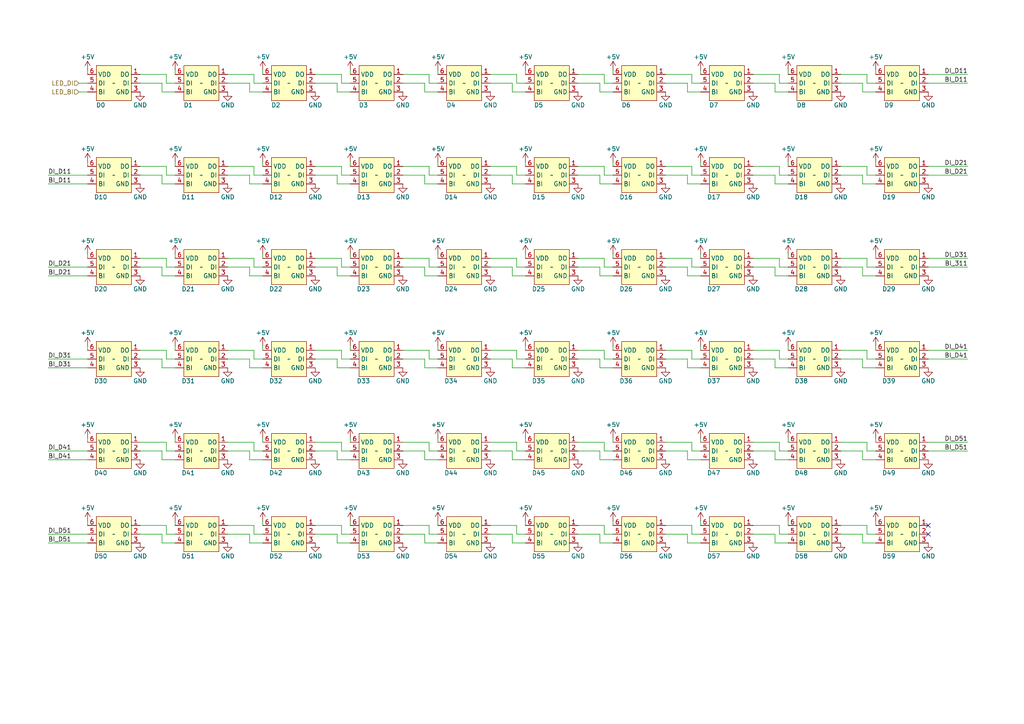
<source format=kicad_sch>
(kicad_sch (version 20230819) (generator eeschema)
  (paper "A4")
  (no_connect (at 269.24 152.4))
  (no_connect (at 269.24 154.94))
  (wire (pts (xy 46.99 130.81) (xy 46.99 133.35)))
  (wire (pts (xy 46.99 53.34) (xy 50.8 53.34)))
  (wire (pts (xy 193.04 101.6) (xy 200.66 101.6)))
  (wire (pts (xy 127 73.66) (xy 127 74.93)))
  (wire (pts (xy 72.39 80.01) (xy 76.2 80.01)))
  (wire (pts (xy 99.06 104.14) (xy 101.6 104.14)))
  (wire (pts (xy 46.99 80.01) (xy 50.8 80.01)))
  (wire (pts (xy 149.86 101.6) (xy 149.86 104.14)))
  (wire (pts (xy 226.06 101.6) (xy 226.06 104.14)))
  (wire (pts (xy 46.99 133.35) (xy 50.8 133.35)))
  (wire (pts (xy 76.2 73.66) (xy 76.2 74.93)))
  (wire (pts (xy 148.59 157.48) (xy 152.4 157.48)))
  (wire (pts (xy 91.44 74.93) (xy 99.06 74.93)))
  (wire (pts (xy 175.26 104.14) (xy 177.8 104.14)))
  (wire (pts (xy 76.2 100.33) (xy 76.2 101.6)))
  (wire (pts (xy 193.04 128.27) (xy 200.66 128.27)))
  (wire (pts (xy 167.64 101.6) (xy 175.26 101.6)))
  (wire (pts (xy 199.39 24.13) (xy 199.39 26.67)))
  (wire (pts (xy 148.59 53.34) (xy 152.4 53.34)))
  (wire (pts (xy 167.64 130.81) (xy 173.99 130.81)))
  (wire (pts (xy 40.64 50.8) (xy 46.99 50.8)))
  (wire (pts (xy 25.4 80.01) (xy 13.97 80.01)))
  (wire (pts (xy 203.2 46.99) (xy 203.2 48.26)))
  (wire (pts (xy 203.2 73.66) (xy 203.2 74.93)))
  (wire (pts (xy 48.26 128.27) (xy 48.26 130.81)))
  (wire (pts (xy 99.06 24.13) (xy 101.6 24.13)))
  (wire (pts (xy 97.79 130.81) (xy 97.79 133.35)))
  (wire (pts (xy 149.86 77.47) (xy 152.4 77.47)))
  (wire (pts (xy 200.66 48.26) (xy 200.66 50.8)))
  (wire (pts (xy 250.19 106.68) (xy 254 106.68)))
  (wire (pts (xy 193.04 77.47) (xy 199.39 77.47)))
  (wire (pts (xy 175.26 77.47) (xy 177.8 77.47)))
  (wire (pts (xy 269.24 128.27) (xy 280.67 128.27)))
  (wire (pts (xy 254 127) (xy 254 128.27)))
  (wire (pts (xy 228.6 100.33) (xy 228.6 101.6)))
  (wire (pts (xy 73.66 152.4) (xy 73.66 154.94)))
  (wire (pts (xy 46.99 106.68) (xy 50.8 106.68)))
  (wire (pts (xy 25.4 50.8) (xy 13.97 50.8)))
  (wire (pts (xy 124.46 104.14) (xy 127 104.14)))
  (wire (pts (xy 25.4 127) (xy 25.4 128.27)))
  (wire (pts (xy 199.39 77.47) (xy 199.39 80.01)))
  (wire (pts (xy 149.86 21.59) (xy 149.86 24.13)))
  (wire (pts (xy 200.66 24.13) (xy 203.2 24.13)))
  (wire (pts (xy 99.06 77.47) (xy 101.6 77.47)))
  (wire (pts (xy 73.66 104.14) (xy 76.2 104.14)))
  (wire (pts (xy 250.19 80.01) (xy 254 80.01)))
  (wire (pts (xy 91.44 50.8) (xy 97.79 50.8)))
  (wire (pts (xy 226.06 104.14) (xy 228.6 104.14)))
  (wire (pts (xy 22.86 26.67) (xy 25.4 26.67)))
  (wire (pts (xy 46.99 50.8) (xy 46.99 53.34)))
  (wire (pts (xy 40.64 104.14) (xy 46.99 104.14)))
  (wire (pts (xy 46.99 157.48) (xy 50.8 157.48)))
  (wire (pts (xy 116.84 21.59) (xy 124.46 21.59)))
  (wire (pts (xy 72.39 104.14) (xy 72.39 106.68)))
  (wire (pts (xy 66.04 50.8) (xy 72.39 50.8)))
  (wire (pts (xy 173.99 104.14) (xy 173.99 106.68)))
  (wire (pts (xy 167.64 152.4) (xy 175.26 152.4)))
  (wire (pts (xy 50.8 127) (xy 50.8 128.27)))
  (wire (pts (xy 224.79 50.8) (xy 224.79 53.34)))
  (wire (pts (xy 25.4 104.14) (xy 13.97 104.14)))
  (wire (pts (xy 73.66 50.8) (xy 76.2 50.8)))
  (wire (pts (xy 124.46 77.47) (xy 127 77.47)))
  (wire (pts (xy 226.06 48.26) (xy 226.06 50.8)))
  (wire (pts (xy 73.66 24.13) (xy 76.2 24.13)))
  (wire (pts (xy 48.26 74.93) (xy 48.26 77.47)))
  (wire (pts (xy 203.2 100.33) (xy 203.2 101.6)))
  (wire (pts (xy 200.66 74.93) (xy 200.66 77.47)))
  (wire (pts (xy 123.19 77.47) (xy 123.19 80.01)))
  (wire (pts (xy 116.84 154.94) (xy 123.19 154.94)))
  (wire (pts (xy 193.04 152.4) (xy 200.66 152.4)))
  (wire (pts (xy 25.4 106.68) (xy 13.97 106.68)))
  (wire (pts (xy 99.06 128.27) (xy 99.06 130.81)))
  (wire (pts (xy 99.06 152.4) (xy 99.06 154.94)))
  (wire (pts (xy 48.26 104.14) (xy 50.8 104.14)))
  (wire (pts (xy 243.84 101.6) (xy 251.46 101.6)))
  (wire (pts (xy 116.84 130.81) (xy 123.19 130.81)))
  (wire (pts (xy 72.39 77.47) (xy 72.39 80.01)))
  (wire (pts (xy 173.99 154.94) (xy 173.99 157.48)))
  (wire (pts (xy 149.86 152.4) (xy 149.86 154.94)))
  (wire (pts (xy 76.2 20.32) (xy 76.2 21.59)))
  (wire (pts (xy 66.04 154.94) (xy 72.39 154.94)))
  (wire (pts (xy 73.66 128.27) (xy 73.66 130.81)))
  (wire (pts (xy 101.6 100.33) (xy 101.6 101.6)))
  (wire (pts (xy 66.04 128.27) (xy 73.66 128.27)))
  (wire (pts (xy 224.79 24.13) (xy 224.79 26.67)))
  (wire (pts (xy 152.4 46.99) (xy 152.4 48.26)))
  (wire (pts (xy 199.39 157.48) (xy 203.2 157.48)))
  (wire (pts (xy 254 73.66) (xy 254 74.93)))
  (wire (pts (xy 251.46 128.27) (xy 251.46 130.81)))
  (wire (pts (xy 99.06 101.6) (xy 99.06 104.14)))
  (wire (pts (xy 152.4 127) (xy 152.4 128.27)))
  (wire (pts (xy 48.26 77.47) (xy 50.8 77.47)))
  (wire (pts (xy 97.79 80.01) (xy 101.6 80.01)))
  (wire (pts (xy 218.44 48.26) (xy 226.06 48.26)))
  (wire (pts (xy 173.99 130.81) (xy 173.99 133.35)))
  (wire (pts (xy 124.46 48.26) (xy 124.46 50.8)))
  (wire (pts (xy 175.26 130.81) (xy 177.8 130.81)))
  (wire (pts (xy 228.6 127) (xy 228.6 128.27)))
  (wire (pts (xy 173.99 26.67) (xy 177.8 26.67)))
  (wire (pts (xy 25.4 53.34) (xy 13.97 53.34)))
  (wire (pts (xy 173.99 106.68) (xy 177.8 106.68)))
  (wire (pts (xy 72.39 53.34) (xy 76.2 53.34)))
  (wire (pts (xy 97.79 157.48) (xy 101.6 157.48)))
  (wire (pts (xy 142.24 104.14) (xy 148.59 104.14)))
  (wire (pts (xy 226.06 152.4) (xy 226.06 154.94)))
  (wire (pts (xy 124.46 128.27) (xy 124.46 130.81)))
  (wire (pts (xy 124.46 154.94) (xy 127 154.94)))
  (wire (pts (xy 218.44 154.94) (xy 224.79 154.94)))
  (wire (pts (xy 97.79 77.47) (xy 97.79 80.01)))
  (wire (pts (xy 91.44 104.14) (xy 97.79 104.14)))
  (wire (pts (xy 224.79 154.94) (xy 224.79 157.48)))
  (wire (pts (xy 66.04 21.59) (xy 73.66 21.59)))
  (wire (pts (xy 46.99 24.13) (xy 46.99 26.67)))
  (wire (pts (xy 66.04 101.6) (xy 73.66 101.6)))
  (wire (pts (xy 173.99 53.34) (xy 177.8 53.34)))
  (wire (pts (xy 243.84 104.14) (xy 250.19 104.14)))
  (wire (pts (xy 224.79 157.48) (xy 228.6 157.48)))
  (wire (pts (xy 228.6 151.13) (xy 228.6 152.4)))
  (wire (pts (xy 226.06 50.8) (xy 228.6 50.8)))
  (wire (pts (xy 127 127) (xy 127 128.27)))
  (wire (pts (xy 269.24 77.47) (xy 280.67 77.47)))
  (wire (pts (xy 250.19 53.34) (xy 254 53.34)))
  (wire (pts (xy 218.44 21.59) (xy 226.06 21.59)))
  (wire (pts (xy 116.84 50.8) (xy 123.19 50.8)))
  (wire (pts (xy 226.06 128.27) (xy 226.06 130.81)))
  (wire (pts (xy 167.64 24.13) (xy 173.99 24.13)))
  (wire (pts (xy 40.64 48.26) (xy 48.26 48.26)))
  (wire (pts (xy 46.99 77.47) (xy 46.99 80.01)))
  (wire (pts (xy 167.64 48.26) (xy 175.26 48.26)))
  (wire (pts (xy 48.26 24.13) (xy 50.8 24.13)))
  (wire (pts (xy 40.64 130.81) (xy 46.99 130.81)))
  (wire (pts (xy 251.46 77.47) (xy 254 77.47)))
  (wire (pts (xy 91.44 130.81) (xy 97.79 130.81)))
  (wire (pts (xy 91.44 77.47) (xy 97.79 77.47)))
  (wire (pts (xy 218.44 101.6) (xy 226.06 101.6)))
  (wire (pts (xy 101.6 20.32) (xy 101.6 21.59)))
  (wire (pts (xy 149.86 130.81) (xy 152.4 130.81)))
  (wire (pts (xy 142.24 128.27) (xy 149.86 128.27)))
  (wire (pts (xy 40.64 77.47) (xy 46.99 77.47)))
  (wire (pts (xy 124.46 101.6) (xy 124.46 104.14)))
  (wire (pts (xy 218.44 104.14) (xy 224.79 104.14)))
  (wire (pts (xy 193.04 50.8) (xy 199.39 50.8)))
  (wire (pts (xy 175.26 101.6) (xy 175.26 104.14)))
  (wire (pts (xy 72.39 154.94) (xy 72.39 157.48)))
  (wire (pts (xy 167.64 154.94) (xy 173.99 154.94)))
  (wire (pts (xy 25.4 151.13) (xy 25.4 152.4)))
  (wire (pts (xy 48.26 48.26) (xy 48.26 50.8)))
  (wire (pts (xy 243.84 74.93) (xy 251.46 74.93)))
  (wire (pts (xy 142.24 101.6) (xy 149.86 101.6)))
  (wire (pts (xy 218.44 152.4) (xy 226.06 152.4)))
  (wire (pts (xy 25.4 130.81) (xy 13.97 130.81)))
  (wire (pts (xy 218.44 130.81) (xy 224.79 130.81)))
  (wire (pts (xy 40.64 101.6) (xy 48.26 101.6)))
  (wire (pts (xy 200.66 128.27) (xy 200.66 130.81)))
  (wire (pts (xy 269.24 48.26) (xy 280.67 48.26)))
  (wire (pts (xy 224.79 80.01) (xy 228.6 80.01)))
  (wire (pts (xy 243.84 130.81) (xy 250.19 130.81)))
  (wire (pts (xy 116.84 48.26) (xy 124.46 48.26)))
  (wire (pts (xy 25.4 20.32) (xy 25.4 21.59)))
  (wire (pts (xy 123.19 24.13) (xy 123.19 26.67)))
  (wire (pts (xy 25.4 133.35) (xy 13.97 133.35)))
  (wire (pts (xy 149.86 128.27) (xy 149.86 130.81)))
  (wire (pts (xy 72.39 130.81) (xy 72.39 133.35)))
  (wire (pts (xy 269.24 21.59) (xy 280.67 21.59)))
  (wire (pts (xy 148.59 26.67) (xy 152.4 26.67)))
  (wire (pts (xy 124.46 74.93) (xy 124.46 77.47)))
  (wire (pts (xy 243.84 128.27) (xy 251.46 128.27)))
  (wire (pts (xy 66.04 152.4) (xy 73.66 152.4)))
  (wire (pts (xy 224.79 104.14) (xy 224.79 106.68)))
  (wire (pts (xy 99.06 21.59) (xy 99.06 24.13)))
  (wire (pts (xy 226.06 130.81) (xy 228.6 130.81)))
  (wire (pts (xy 251.46 154.94) (xy 254 154.94)))
  (wire (pts (xy 218.44 128.27) (xy 226.06 128.27)))
  (wire (pts (xy 226.06 154.94) (xy 228.6 154.94)))
  (wire (pts (xy 193.04 21.59) (xy 200.66 21.59)))
  (wire (pts (xy 251.46 24.13) (xy 254 24.13)))
  (wire (pts (xy 218.44 74.93) (xy 226.06 74.93)))
  (wire (pts (xy 116.84 77.47) (xy 123.19 77.47)))
  (wire (pts (xy 269.24 130.81) (xy 280.67 130.81)))
  (wire (pts (xy 123.19 80.01) (xy 127 80.01)))
  (wire (pts (xy 99.06 130.81) (xy 101.6 130.81)))
  (wire (pts (xy 177.8 73.66) (xy 177.8 74.93)))
  (wire (pts (xy 200.66 152.4) (xy 200.66 154.94)))
  (wire (pts (xy 124.46 130.81) (xy 127 130.81)))
  (wire (pts (xy 25.4 100.33) (xy 25.4 101.6)))
  (wire (pts (xy 199.39 104.14) (xy 199.39 106.68)))
  (wire (pts (xy 25.4 154.94) (xy 13.97 154.94)))
  (wire (pts (xy 91.44 24.13) (xy 97.79 24.13)))
  (wire (pts (xy 152.4 151.13) (xy 152.4 152.4)))
  (wire (pts (xy 50.8 151.13) (xy 50.8 152.4)))
  (wire (pts (xy 193.04 24.13) (xy 199.39 24.13)))
  (wire (pts (xy 72.39 157.48) (xy 76.2 157.48)))
  (wire (pts (xy 250.19 50.8) (xy 250.19 53.34)))
  (wire (pts (xy 175.26 48.26) (xy 175.26 50.8)))
  (wire (pts (xy 175.26 152.4) (xy 175.26 154.94)))
  (wire (pts (xy 254 46.99) (xy 254 48.26)))
  (wire (pts (xy 142.24 130.81) (xy 148.59 130.81)))
  (wire (pts (xy 99.06 50.8) (xy 101.6 50.8)))
  (wire (pts (xy 224.79 77.47) (xy 224.79 80.01)))
  (wire (pts (xy 48.26 154.94) (xy 50.8 154.94)))
  (wire (pts (xy 254 20.32) (xy 254 21.59)))
  (wire (pts (xy 193.04 130.81) (xy 199.39 130.81)))
  (wire (pts (xy 149.86 154.94) (xy 152.4 154.94)))
  (wire (pts (xy 269.24 74.93) (xy 280.67 74.93)))
  (wire (pts (xy 123.19 53.34) (xy 127 53.34)))
  (wire (pts (xy 73.66 130.81) (xy 76.2 130.81)))
  (wire (pts (xy 25.4 46.99) (xy 25.4 48.26)))
  (wire (pts (xy 142.24 74.93) (xy 149.86 74.93)))
  (wire (pts (xy 254 100.33) (xy 254 101.6)))
  (wire (pts (xy 200.66 101.6) (xy 200.66 104.14)))
  (wire (pts (xy 73.66 77.47) (xy 76.2 77.47)))
  (wire (pts (xy 167.64 77.47) (xy 173.99 77.47)))
  (wire (pts (xy 173.99 24.13) (xy 173.99 26.67)))
  (wire (pts (xy 199.39 154.94) (xy 199.39 157.48)))
  (wire (pts (xy 97.79 154.94) (xy 97.79 157.48)))
  (wire (pts (xy 40.64 128.27) (xy 48.26 128.27)))
  (wire (pts (xy 124.46 50.8) (xy 127 50.8)))
  (wire (pts (xy 97.79 24.13) (xy 97.79 26.67)))
  (wire (pts (xy 173.99 50.8) (xy 173.99 53.34)))
  (wire (pts (xy 250.19 154.94) (xy 250.19 157.48)))
  (wire (pts (xy 173.99 77.47) (xy 173.99 80.01)))
  (wire (pts (xy 175.26 128.27) (xy 175.26 130.81)))
  (wire (pts (xy 250.19 130.81) (xy 250.19 133.35)))
  (wire (pts (xy 200.66 154.94) (xy 203.2 154.94)))
  (wire (pts (xy 193.04 154.94) (xy 199.39 154.94)))
  (wire (pts (xy 226.06 24.13) (xy 228.6 24.13)))
  (wire (pts (xy 99.06 74.93) (xy 99.06 77.47)))
  (wire (pts (xy 193.04 48.26) (xy 200.66 48.26)))
  (wire (pts (xy 167.64 21.59) (xy 175.26 21.59)))
  (wire (pts (xy 228.6 20.32) (xy 228.6 21.59)))
  (wire (pts (xy 148.59 130.81) (xy 148.59 133.35)))
  (wire (pts (xy 116.84 128.27) (xy 124.46 128.27)))
  (wire (pts (xy 40.64 154.94) (xy 46.99 154.94)))
  (wire (pts (xy 101.6 127) (xy 101.6 128.27)))
  (wire (pts (xy 224.79 130.81) (xy 224.79 133.35)))
  (wire (pts (xy 123.19 50.8) (xy 123.19 53.34)))
  (wire (pts (xy 269.24 104.14) (xy 280.67 104.14)))
  (wire (pts (xy 124.46 21.59) (xy 124.46 24.13)))
  (wire (pts (xy 142.24 24.13) (xy 148.59 24.13)))
  (wire (pts (xy 142.24 77.47) (xy 148.59 77.47)))
  (wire (pts (xy 123.19 154.94) (xy 123.19 157.48)))
  (wire (pts (xy 199.39 133.35) (xy 203.2 133.35)))
  (wire (pts (xy 72.39 24.13) (xy 72.39 26.67)))
  (wire (pts (xy 199.39 26.67) (xy 203.2 26.67)))
  (wire (pts (xy 177.8 20.32) (xy 177.8 21.59)))
  (wire (pts (xy 224.79 133.35) (xy 228.6 133.35)))
  (wire (pts (xy 97.79 26.67) (xy 101.6 26.67)))
  (wire (pts (xy 218.44 24.13) (xy 224.79 24.13)))
  (wire (pts (xy 193.04 74.93) (xy 200.66 74.93)))
  (wire (pts (xy 243.84 154.94) (xy 250.19 154.94)))
  (wire (pts (xy 116.84 104.14) (xy 123.19 104.14)))
  (wire (pts (xy 127 100.33) (xy 127 101.6)))
  (wire (pts (xy 48.26 130.81) (xy 50.8 130.81)))
  (wire (pts (xy 123.19 157.48) (xy 127 157.48)))
  (wire (pts (xy 142.24 48.26) (xy 149.86 48.26)))
  (wire (pts (xy 152.4 73.66) (xy 152.4 74.93)))
  (wire (pts (xy 218.44 50.8) (xy 224.79 50.8)))
  (wire (pts (xy 124.46 152.4) (xy 124.46 154.94)))
  (wire (pts (xy 76.2 151.13) (xy 76.2 152.4)))
  (wire (pts (xy 127 20.32) (xy 127 21.59)))
  (wire (pts (xy 66.04 74.93) (xy 73.66 74.93)))
  (wire (pts (xy 200.66 77.47) (xy 203.2 77.47)))
  (wire (pts (xy 200.66 104.14) (xy 203.2 104.14)))
  (wire (pts (xy 251.46 21.59) (xy 251.46 24.13)))
  (wire (pts (xy 99.06 154.94) (xy 101.6 154.94)))
  (wire (pts (xy 203.2 127) (xy 203.2 128.27)))
  (wire (pts (xy 243.84 48.26) (xy 251.46 48.26)))
  (wire (pts (xy 97.79 50.8) (xy 97.79 53.34)))
  (wire (pts (xy 177.8 127) (xy 177.8 128.27)))
  (wire (pts (xy 72.39 133.35) (xy 76.2 133.35)))
  (wire (pts (xy 250.19 104.14) (xy 250.19 106.68)))
  (wire (pts (xy 173.99 80.01) (xy 177.8 80.01)))
  (wire (pts (xy 167.64 128.27) (xy 175.26 128.27)))
  (wire (pts (xy 116.84 74.93) (xy 124.46 74.93)))
  (wire (pts (xy 226.06 74.93) (xy 226.06 77.47)))
  (wire (pts (xy 250.19 133.35) (xy 254 133.35)))
  (wire (pts (xy 269.24 50.8) (xy 280.67 50.8)))
  (wire (pts (xy 46.99 104.14) (xy 46.99 106.68)))
  (wire (pts (xy 148.59 77.47) (xy 148.59 80.01)))
  (wire (pts (xy 40.64 152.4) (xy 48.26 152.4)))
  (wire (pts (xy 149.86 74.93) (xy 149.86 77.47)))
  (wire (pts (xy 250.19 157.48) (xy 254 157.48)))
  (wire (pts (xy 226.06 21.59) (xy 226.06 24.13)))
  (wire (pts (xy 22.86 24.13) (xy 25.4 24.13)))
  (wire (pts (xy 167.64 104.14) (xy 173.99 104.14)))
  (wire (pts (xy 148.59 154.94) (xy 148.59 157.48)))
  (wire (pts (xy 72.39 26.67) (xy 76.2 26.67)))
  (wire (pts (xy 175.26 74.93) (xy 175.26 77.47)))
  (wire (pts (xy 25.4 73.66) (xy 25.4 74.93)))
  (wire (pts (xy 50.8 100.33) (xy 50.8 101.6)))
  (wire (pts (xy 66.04 24.13) (xy 72.39 24.13)))
  (wire (pts (xy 175.26 21.59) (xy 175.26 24.13)))
  (wire (pts (xy 199.39 130.81) (xy 199.39 133.35)))
  (wire (pts (xy 250.19 24.13) (xy 250.19 26.67)))
  (wire (pts (xy 99.06 48.26) (xy 99.06 50.8)))
  (wire (pts (xy 50.8 73.66) (xy 50.8 74.93)))
  (wire (pts (xy 148.59 104.14) (xy 148.59 106.68)))
  (wire (pts (xy 72.39 106.68) (xy 76.2 106.68)))
  (wire (pts (xy 175.26 154.94) (xy 177.8 154.94)))
  (wire (pts (xy 175.26 50.8) (xy 177.8 50.8)))
  (wire (pts (xy 123.19 104.14) (xy 123.19 106.68)))
  (wire (pts (xy 199.39 53.34) (xy 203.2 53.34)))
  (wire (pts (xy 116.84 101.6) (xy 124.46 101.6)))
  (wire (pts (xy 40.64 24.13) (xy 46.99 24.13)))
  (wire (pts (xy 123.19 26.67) (xy 127 26.67)))
  (wire (pts (xy 76.2 46.99) (xy 76.2 48.26)))
  (wire (pts (xy 200.66 21.59) (xy 200.66 24.13)))
  (wire (pts (xy 76.2 127) (xy 76.2 128.27)))
  (wire (pts (xy 251.46 50.8) (xy 254 50.8)))
  (wire (pts (xy 25.4 157.48) (xy 13.97 157.48)))
  (wire (pts (xy 200.66 130.81) (xy 203.2 130.81)))
  (wire (pts (xy 152.4 100.33) (xy 152.4 101.6)))
  (wire (pts (xy 48.26 21.59) (xy 48.26 24.13)))
  (wire (pts (xy 243.84 24.13) (xy 250.19 24.13)))
  (wire (pts (xy 50.8 20.32) (xy 50.8 21.59)))
  (wire (pts (xy 269.24 101.6) (xy 280.67 101.6)))
  (wire (pts (xy 91.44 152.4) (xy 99.06 152.4)))
  (wire (pts (xy 148.59 80.01) (xy 152.4 80.01)))
  (wire (pts (xy 91.44 128.27) (xy 99.06 128.27)))
  (wire (pts (xy 199.39 106.68) (xy 203.2 106.68)))
  (wire (pts (xy 66.04 77.47) (xy 72.39 77.47)))
  (wire (pts (xy 199.39 50.8) (xy 199.39 53.34)))
  (wire (pts (xy 250.19 26.67) (xy 254 26.67)))
  (wire (pts (xy 251.46 130.81) (xy 254 130.81)))
  (wire (pts (xy 66.04 104.14) (xy 72.39 104.14)))
  (wire (pts (xy 123.19 133.35) (xy 127 133.35)))
  (wire (pts (xy 72.39 50.8) (xy 72.39 53.34)))
  (wire (pts (xy 127 151.13) (xy 127 152.4)))
  (wire (pts (xy 251.46 104.14) (xy 254 104.14)))
  (wire (pts (xy 40.64 21.59) (xy 48.26 21.59)))
  (wire (pts (xy 251.46 74.93) (xy 251.46 77.47)))
  (wire (pts (xy 97.79 53.34) (xy 101.6 53.34)))
  (wire (pts (xy 152.4 20.32) (xy 152.4 21.59)))
  (wire (pts (xy 224.79 106.68) (xy 228.6 106.68)))
  (wire (pts (xy 243.84 77.47) (xy 250.19 77.47)))
  (wire (pts (xy 203.2 151.13) (xy 203.2 152.4)))
  (wire (pts (xy 177.8 151.13) (xy 177.8 152.4)))
  (wire (pts (xy 73.66 21.59) (xy 73.66 24.13)))
  (wire (pts (xy 193.04 104.14) (xy 199.39 104.14)))
  (wire (pts (xy 40.64 74.93) (xy 48.26 74.93)))
  (wire (pts (xy 228.6 46.99) (xy 228.6 48.26)))
  (wire (pts (xy 116.84 24.13) (xy 123.19 24.13)))
  (wire (pts (xy 73.66 48.26) (xy 73.66 50.8)))
  (wire (pts (xy 91.44 21.59) (xy 99.06 21.59)))
  (wire (pts (xy 226.06 77.47) (xy 228.6 77.47)))
  (wire (pts (xy 46.99 154.94) (xy 46.99 157.48)))
  (wire (pts (xy 224.79 26.67) (xy 228.6 26.67)))
  (wire (pts (xy 123.19 130.81) (xy 123.19 133.35)))
  (wire (pts (xy 48.26 152.4) (xy 48.26 154.94)))
  (wire (pts (xy 48.26 50.8) (xy 50.8 50.8)))
  (wire (pts (xy 254 151.13) (xy 254 152.4)))
  (wire (pts (xy 224.79 53.34) (xy 228.6 53.34)))
  (wire (pts (xy 228.6 73.66) (xy 228.6 74.93)))
  (wire (pts (xy 148.59 24.13) (xy 148.59 26.67)))
  (wire (pts (xy 97.79 106.68) (xy 101.6 106.68)))
  (wire (pts (xy 142.24 154.94) (xy 148.59 154.94)))
  (wire (pts (xy 73.66 154.94) (xy 76.2 154.94)))
  (wire (pts (xy 203.2 20.32) (xy 203.2 21.59)))
  (wire (pts (xy 50.8 46.99) (xy 50.8 48.26)))
  (wire (pts (xy 167.64 74.93) (xy 175.26 74.93)))
  (wire (pts (xy 142.24 21.59) (xy 149.86 21.59)))
  (wire (pts (xy 251.46 152.4) (xy 251.46 154.94)))
  (wire (pts (xy 243.84 50.8) (xy 250.19 50.8)))
  (wire (pts (xy 25.4 77.47) (xy 13.97 77.47)))
  (wire (pts (xy 243.84 21.59) (xy 251.46 21.59)))
  (wire (pts (xy 142.24 152.4) (xy 149.86 152.4)))
  (wire (pts (xy 148.59 50.8) (xy 148.59 53.34)))
  (wire (pts (xy 97.79 104.14) (xy 97.79 106.68)))
  (wire (pts (xy 175.26 24.13) (xy 177.8 24.13)))
  (wire (pts (xy 251.46 48.26) (xy 251.46 50.8)))
  (wire (pts (xy 97.79 133.35) (xy 101.6 133.35)))
  (wire (pts (xy 124.46 24.13) (xy 127 24.13)))
  (wire (pts (xy 101.6 73.66) (xy 101.6 74.93)))
  (wire (pts (xy 101.6 46.99) (xy 101.6 48.26)))
  (wire (pts (xy 48.26 101.6) (xy 48.26 104.14)))
  (wire (pts (xy 66.04 48.26) (xy 73.66 48.26)))
  (wire (pts (xy 167.64 50.8) (xy 173.99 50.8)))
  (wire (pts (xy 148.59 106.68) (xy 152.4 106.68)))
  (wire (pts (xy 149.86 48.26) (xy 149.86 50.8)))
  (wire (pts (xy 116.84 152.4) (xy 124.46 152.4)))
  (wire (pts (xy 149.86 104.14) (xy 152.4 104.14)))
  (wire (pts (xy 123.19 106.68) (xy 127 106.68)))
  (wire (pts (xy 250.19 77.47) (xy 250.19 80.01)))
  (wire (pts (xy 243.84 152.4) (xy 251.46 152.4)))
  (wire (pts (xy 173.99 133.35) (xy 177.8 133.35)))
  (wire (pts (xy 149.86 50.8) (xy 152.4 50.8)))
  (wire (pts (xy 199.39 80.01) (xy 203.2 80.01)))
  (wire (pts (xy 142.24 50.8) (xy 148.59 50.8)))
  (wire (pts (xy 66.04 130.81) (xy 72.39 130.81)))
  (wire (pts (xy 173.99 157.48) (xy 177.8 157.48)))
  (wire (pts (xy 127 46.99) (xy 127 48.26)))
  (wire (pts (xy 251.46 101.6) (xy 251.46 104.14)))
  (wire (pts (xy 177.8 100.33) (xy 177.8 101.6)))
  (wire (pts (xy 46.99 26.67) (xy 50.8 26.67)))
  (wire (pts (xy 218.44 77.47) (xy 224.79 77.47)))
  (wire (pts (xy 177.8 46.99) (xy 177.8 48.26)))
  (wire (pts (xy 73.66 101.6) (xy 73.66 104.14)))
  (wire (pts (xy 91.44 154.94) (xy 97.79 154.94)))
  (wire (pts (xy 269.24 24.13) (xy 280.67 24.13)))
  (wire (pts (xy 101.6 151.13) (xy 101.6 152.4)))
  (wire (pts (xy 200.66 50.8) (xy 203.2 50.8)))
  (wire (pts (xy 73.66 74.93) (xy 73.66 77.47)))
  (wire (pts (xy 149.86 24.13) (xy 152.4 24.13)))
  (wire (pts (xy 148.59 133.35) (xy 152.4 133.35)))
  (wire (pts (xy 91.44 101.6) (xy 99.06 101.6)))
  (wire (pts (xy 91.44 48.26) (xy 99.06 48.26)))
  (label "BI_D21" (at 280.67 50.8 180))
  (label "BI_D41" (at 280.67 104.14 180))
  (label "BI_D51" (at 13.97 157.48 0))
  (label "BI_311" (at 280.67 77.47 180))
  (label "DI_D51" (at 280.67 128.27 180))
  (label "DI_D21" (at 280.67 48.26 180))
  (label "DI_D31" (at 280.67 74.93 180))
  (label "DI_D21" (at 13.97 77.47 0))
  (label "BI_D41" (at 13.97 133.35 0))
  (label "DI_D41" (at 280.67 101.6 180))
  (label "DI_D51" (at 13.97 154.94 0))
  (label "BI_D21" (at 13.97 80.01 0))
  (label "DI_D31" (at 13.97 104.14 0))
  (label "DI_D41" (at 13.97 130.81 0))
  (label "DI_D11" (at 13.97 50.8 0))
  (label "BI_D51" (at 280.67 130.81 180))
  (label "BI_D11" (at 13.97 53.34 0))
  (label "BI_D11" (at 280.67 24.13 180))
  (label "DI_D11" (at 280.67 21.59 180))
  (label "BI_D31" (at 13.97 106.68 0))
  (hierarchical_label "LED_DI" (shape input) (at 22.86 24.13 180))
  (hierarchical_label "LED_BI" (shape input) (at 22.86 26.67 180))
  (symbol (lib_id "power:GND") (at 66.04 53.34 0) (mirror y) (unit 1)
    (property "Reference" "#PWR0219" (effects hide))
    (property "Value" "GND" (at 66.04 57.15 0))
    (property "Description" "Power symbol creates a global label with name \"GND\" , ground" (effects hide))
  )
  (symbol (lib_id "WS2813:WS2813C") (at 185.42 154.94 0) (mirror x) (unit 1)
    (property "Reference" "D56" (at 181.61 161.29 0))
    (property "Value" "~" (at 185.42 154.94 0))
    (property "Footprint" "smd:WS2813C_2020" (effects hide))
    (property "Manufacturer_Part_Number" "WS2813C_2020" (effects hide))
  )
  (symbol (lib_id "power:GND") (at 116.84 133.35 0) (mirror y) (unit 1)
    (property "Reference" "#PWR0281" (effects hide))
    (property "Value" "GND" (at 116.84 137.16 0))
    (property "Description" "Power symbol creates a global label with name \"GND\" , ground" (effects hide))
  )
  (symbol (lib_id "power:+5V") (at 177.8 151.13 0) (mirror y) (unit 1)
    (property "Reference" "#PWR0294" (effects hide))
    (property "Value" "+5V" (at 177.8 147.32 0))
    (property "Description" "Power symbol creates a global label with name \"+5V\"" (effects hide))
  )
  (symbol (lib_id "power:GND") (at 40.64 133.35 0) (mirror y) (unit 1)
    (property "Reference" "#PWR0278" (effects hide))
    (property "Value" "GND" (at 40.64 137.16 0))
    (property "Description" "Power symbol creates a global label with name \"GND\" , ground" (effects hide))
  )
  (symbol (lib_id "power:GND") (at 193.04 157.48 0) (mirror y) (unit 1)
    (property "Reference" "#PWR0304" (effects hide))
    (property "Value" "GND" (at 193.04 161.29 0))
    (property "Description" "Power symbol creates a global label with name \"GND\" , ground" (effects hide))
  )
  (symbol (lib_id "power:+5V") (at 50.8 100.33 0) (mirror y) (unit 1)
    (property "Reference" "#PWR0249" (effects hide))
    (property "Value" "+5V" (at 50.8 96.52 0))
    (property "Description" "Power symbol creates a global label with name \"+5V\"" (effects hide))
  )
  (symbol (lib_id "power:GND") (at 193.04 80.01 0) (mirror y) (unit 1)
    (property "Reference" "#PWR0244" (effects hide))
    (property "Value" "GND" (at 193.04 83.82 0))
    (property "Description" "Power symbol creates a global label with name \"GND\" , ground" (effects hide))
  )
  (symbol (lib_id "power:GND") (at 218.44 53.34 0) (mirror y) (unit 1)
    (property "Reference" "#PWR0225" (effects hide))
    (property "Value" "GND" (at 218.44 57.15 0))
    (property "Description" "Power symbol creates a global label with name \"GND\" , ground" (effects hide))
  )
  (symbol (lib_id "power:+5V") (at 25.4 46.99 0) (mirror y) (unit 1)
    (property "Reference" "#PWR0208" (effects hide))
    (property "Value" "+5V" (at 25.4 43.18 0))
    (property "Description" "Power symbol creates a global label with name \"+5V\"" (effects hide))
  )
  (symbol (lib_id "power:GND") (at 167.64 106.68 0) (mirror y) (unit 1)
    (property "Reference" "#PWR0263" (effects hide))
    (property "Value" "GND" (at 167.64 110.49 0))
    (property "Description" "Power symbol creates a global label with name \"GND\" , ground" (effects hide))
  )
  (symbol (lib_id "power:GND") (at 142.24 133.35 0) (mirror y) (unit 1)
    (property "Reference" "#PWR0282" (effects hide))
    (property "Value" "GND" (at 142.24 137.16 0))
    (property "Description" "Power symbol creates a global label with name \"GND\" , ground" (effects hide))
  )
  (symbol (lib_id "power:+5V") (at 177.8 73.66 0) (mirror y) (unit 1)
    (property "Reference" "#PWR0234" (effects hide))
    (property "Value" "+5V" (at 177.8 69.85 0))
    (property "Description" "Power symbol creates a global label with name \"+5V\"" (effects hide))
  )
  (symbol (lib_id "power:GND") (at 218.44 80.01 0) (mirror y) (unit 1)
    (property "Reference" "#PWR0245" (effects hide))
    (property "Value" "GND" (at 218.44 83.82 0))
    (property "Description" "Power symbol creates a global label with name \"GND\" , ground" (effects hide))
  )
  (symbol (lib_id "power:+5V") (at 228.6 73.66 0) (mirror y) (unit 1)
    (property "Reference" "#PWR0236" (effects hide))
    (property "Value" "+5V" (at 228.6 69.85 0))
    (property "Description" "Power symbol creates a global label with name \"+5V\"" (effects hide))
  )
  (symbol (lib_id "WS2813:WS2813C") (at 33.02 24.13 0) (mirror x) (unit 1)
    (property "Reference" "D0" (at 29.21 30.48 0))
    (property "Value" "~" (at 33.02 24.13 0))
    (property "Footprint" "smd:WS2813C_2020" (effects hide))
    (property "Manufacturer_Part_Number" "WS2813C_2020" (effects hide))
  )
  (symbol (lib_id "power:+5V") (at 152.4 46.99 0) (mirror y) (unit 1)
    (property "Reference" "#PWR0213" (effects hide))
    (property "Value" "+5V" (at 152.4 43.18 0))
    (property "Description" "Power symbol creates a global label with name \"+5V\"" (effects hide))
  )
  (symbol (lib_id "power:+5V") (at 228.6 151.13 0) (mirror y) (unit 1)
    (property "Reference" "#PWR0296" (effects hide))
    (property "Value" "+5V" (at 228.6 147.32 0))
    (property "Description" "Power symbol creates a global label with name \"+5V\"" (effects hide))
  )
  (symbol (lib_id "power:+5V") (at 76.2 46.99 0) (mirror y) (unit 1)
    (property "Reference" "#PWR0210" (effects hide))
    (property "Value" "+5V" (at 76.2 43.18 0))
    (property "Description" "Power symbol creates a global label with name \"+5V\"" (effects hide))
  )
  (symbol (lib_id "power:GND") (at 142.24 157.48 0) (mirror y) (unit 1)
    (property "Reference" "#PWR0302" (effects hide))
    (property "Value" "GND" (at 142.24 161.29 0))
    (property "Description" "Power symbol creates a global label with name \"GND\" , ground" (effects hide))
  )
  (symbol (lib_id "power:+5V") (at 25.4 73.66 0) (mirror y) (unit 1)
    (property "Reference" "#PWR0228" (effects hide))
    (property "Value" "+5V" (at 25.4 69.85 0))
    (property "Description" "Power symbol creates a global label with name \"+5V\"" (effects hide))
  )
  (symbol (lib_id "WS2813:WS2813C") (at 160.02 50.8 0) (mirror x) (unit 1)
    (property "Reference" "D15" (at 156.21 57.15 0))
    (property "Value" "~" (at 160.02 50.8 0))
    (property "Footprint" "smd:WS2813C_2020" (effects hide))
    (property "Manufacturer_Part_Number" "WS2813C_2020" (effects hide))
  )
  (symbol (lib_id "power:+5V") (at 177.8 100.33 0) (mirror y) (unit 1)
    (property "Reference" "#PWR0254" (effects hide))
    (property "Value" "+5V" (at 177.8 96.52 0))
    (property "Description" "Power symbol creates a global label with name \"+5V\"" (effects hide))
  )
  (symbol (lib_id "WS2813:WS2813C") (at 160.02 24.13 0) (mirror x) (unit 1)
    (property "Reference" "D5" (at 156.21 30.48 0))
    (property "Value" "~" (at 160.02 24.13 0))
    (property "Footprint" "smd:WS2813C_2020" (effects hide))
    (property "Manufacturer_Part_Number" "WS2813C_2020" (effects hide))
  )
  (symbol (lib_id "power:+5V") (at 203.2 46.99 0) (mirror y) (unit 1)
    (property "Reference" "#PWR0215" (effects hide))
    (property "Value" "+5V" (at 203.2 43.18 0))
    (property "Description" "Power symbol creates a global label with name \"+5V\"" (effects hide))
  )
  (symbol (lib_id "WS2813:WS2813C") (at 109.22 24.13 0) (mirror x) (unit 1)
    (property "Reference" "D3" (at 105.41 30.48 0))
    (property "Value" "~" (at 109.22 24.13 0))
    (property "Footprint" "smd:WS2813C_2020" (effects hide))
    (property "Manufacturer_Part_Number" "WS2813C_2020" (effects hide))
  )
  (symbol (lib_id "power:+5V") (at 228.6 46.99 0) (mirror y) (unit 1)
    (property "Reference" "#PWR0216" (effects hide))
    (property "Value" "+5V" (at 228.6 43.18 0))
    (property "Description" "Power symbol creates a global label with name \"+5V\"" (effects hide))
  )
  (symbol (lib_id "power:+5V") (at 254 20.32 0) (mirror y) (unit 1)
    (property "Reference" "#PWR0197" (effects hide))
    (property "Value" "+5V" (at 254 16.51 0))
    (property "Description" "Power symbol creates a global label with name \"+5V\"" (effects hide))
  )
  (symbol (lib_id "power:+5V") (at 76.2 151.13 0) (mirror y) (unit 1)
    (property "Reference" "#PWR0290" (effects hide))
    (property "Value" "+5V" (at 76.2 147.32 0))
    (property "Description" "Power symbol creates a global label with name \"+5V\"" (effects hide))
  )
  (symbol (lib_id "power:+5V") (at 177.8 127 0) (mirror y) (unit 1)
    (property "Reference" "#PWR0274" (effects hide))
    (property "Value" "+5V" (at 177.8 123.19 0))
    (property "Description" "Power symbol creates a global label with name \"+5V\"" (effects hide))
  )
  (symbol (lib_id "WS2813:WS2813C") (at 33.02 77.47 0) (mirror x) (unit 1)
    (property "Reference" "D20" (at 29.21 83.82 0))
    (property "Value" "~" (at 33.02 77.47 0))
    (property "Footprint" "smd:WS2813C_2020" (effects hide))
    (property "Manufacturer_Part_Number" "WS2813C_2020" (effects hide))
  )
  (symbol (lib_id "WS2813:WS2813C") (at 33.02 104.14 0) (mirror x) (unit 1)
    (property "Reference" "D30" (at 29.21 110.49 0))
    (property "Value" "~" (at 33.02 104.14 0))
    (property "Footprint" "smd:WS2813C_2020" (effects hide))
    (property "Manufacturer_Part_Number" "WS2813C_2020" (effects hide))
  )
  (symbol (lib_id "power:GND") (at 142.24 53.34 0) (mirror y) (unit 1)
    (property "Reference" "#PWR0222" (effects hide))
    (property "Value" "GND" (at 142.24 57.15 0))
    (property "Description" "Power symbol creates a global label with name \"GND\" , ground" (effects hide))
  )
  (symbol (lib_id "WS2813:WS2813C") (at 261.62 104.14 0) (mirror x) (unit 1)
    (property "Reference" "D39" (at 257.81 110.49 0))
    (property "Value" "~" (at 261.62 104.14 0))
    (property "Footprint" "smd:WS2813C_2020" (effects hide))
    (property "Manufacturer_Part_Number" "WS2813C_2020" (effects hide))
  )
  (symbol (lib_id "WS2813:WS2813C") (at 210.82 77.47 0) (mirror x) (unit 1)
    (property "Reference" "D27" (at 207.01 83.82 0))
    (property "Value" "~" (at 210.82 77.47 0))
    (property "Footprint" "smd:WS2813C_2020" (effects hide))
    (property "Manufacturer_Part_Number" "WS2813C_2020" (effects hide))
  )
  (symbol (lib_id "WS2813:WS2813C") (at 185.42 50.8 0) (mirror x) (unit 1)
    (property "Reference" "D16" (at 181.61 57.15 0))
    (property "Value" "~" (at 185.42 50.8 0))
    (property "Footprint" "smd:WS2813C_2020" (effects hide))
    (property "Manufacturer_Part_Number" "WS2813C_2020" (effects hide))
  )
  (symbol (lib_id "power:GND") (at 193.04 53.34 0) (mirror y) (unit 1)
    (property "Reference" "#PWR0224" (effects hide))
    (property "Value" "GND" (at 193.04 57.15 0))
    (property "Description" "Power symbol creates a global label with name \"GND\" , ground" (effects hide))
  )
  (symbol (lib_id "WS2813:WS2813C") (at 83.82 24.13 0) (mirror x) (unit 1)
    (property "Reference" "D2" (at 80.01 30.48 0))
    (property "Value" "~" (at 83.82 24.13 0))
    (property "Footprint" "smd:WS2813C_2020" (effects hide))
    (property "Manufacturer_Part_Number" "WS2813C_2020" (effects hide))
  )
  (symbol (lib_id "power:+5V") (at 50.8 73.66 0) (mirror y) (unit 1)
    (property "Reference" "#PWR0229" (effects hide))
    (property "Value" "+5V" (at 50.8 69.85 0))
    (property "Description" "Power symbol creates a global label with name \"+5V\"" (effects hide))
  )
  (symbol (lib_id "power:GND") (at 269.24 106.68 0) (mirror y) (unit 1)
    (property "Reference" "#PWR0267" (effects hide))
    (property "Value" "GND" (at 269.24 110.49 0))
    (property "Description" "Power symbol creates a global label with name \"GND\" , ground" (effects hide))
  )
  (symbol (lib_id "power:+5V") (at 127 46.99 0) (mirror y) (unit 1)
    (property "Reference" "#PWR0212" (effects hide))
    (property "Value" "+5V" (at 127 43.18 0))
    (property "Description" "Power symbol creates a global label with name \"+5V\"" (effects hide))
  )
  (symbol (lib_id "WS2813:WS2813C") (at 261.62 77.47 0) (mirror x) (unit 1)
    (property "Reference" "D29" (at 257.81 83.82 0))
    (property "Value" "~" (at 261.62 77.47 0))
    (property "Footprint" "smd:WS2813C_2020" (effects hide))
    (property "Manufacturer_Part_Number" "WS2813C_2020" (effects hide))
  )
  (symbol (lib_id "power:+5V") (at 228.6 127 0) (mirror y) (unit 1)
    (property "Reference" "#PWR0276" (effects hide))
    (property "Value" "+5V" (at 228.6 123.19 0))
    (property "Description" "Power symbol creates a global label with name \"+5V\"" (effects hide))
  )
  (symbol (lib_id "power:GND") (at 66.04 133.35 0) (mirror y) (unit 1)
    (property "Reference" "#PWR0279" (effects hide))
    (property "Value" "GND" (at 66.04 137.16 0))
    (property "Description" "Power symbol creates a global label with name \"GND\" , ground" (effects hide))
  )
  (symbol (lib_id "WS2813:WS2813C") (at 58.42 24.13 0) (mirror x) (unit 1)
    (property "Reference" "D1" (at 54.61 30.48 0))
    (property "Value" "~" (at 58.42 24.13 0))
    (property "Footprint" "smd:WS2813C_2020" (effects hide))
    (property "Manufacturer_Part_Number" "WS2813C_2020" (effects hide))
  )
  (symbol (lib_id "WS2813:WS2813C") (at 33.02 154.94 0) (mirror x) (unit 1)
    (property "Reference" "D50" (at 29.21 161.29 0))
    (property "Value" "~" (at 33.02 154.94 0))
    (property "Footprint" "smd:WS2813C_2020" (effects hide))
    (property "Manufacturer_Part_Number" "WS2813C_2020" (effects hide))
  )
  (symbol (lib_id "power:GND") (at 40.64 53.34 0) (mirror y) (unit 1)
    (property "Reference" "#PWR0218" (effects hide))
    (property "Value" "GND" (at 40.64 57.15 0))
    (property "Description" "Power symbol creates a global label with name \"GND\" , ground" (effects hide))
  )
  (symbol (lib_id "power:GND") (at 116.84 53.34 0) (mirror y) (unit 1)
    (property "Reference" "#PWR0221" (effects hide))
    (property "Value" "GND" (at 116.84 57.15 0))
    (property "Description" "Power symbol creates a global label with name \"GND\" , ground" (effects hide))
  )
  (symbol (lib_id "power:+5V") (at 203.2 73.66 0) (mirror y) (unit 1)
    (property "Reference" "#PWR0235" (effects hide))
    (property "Value" "+5V" (at 203.2 69.85 0))
    (property "Description" "Power symbol creates a global label with name \"+5V\"" (effects hide))
  )
  (symbol (lib_id "power:+5V") (at 254 100.33 0) (mirror y) (unit 1)
    (property "Reference" "#PWR0257" (effects hide))
    (property "Value" "+5V" (at 254 96.52 0))
    (property "Description" "Power symbol creates a global label with name \"+5V\"" (effects hide))
  )
  (symbol (lib_id "power:+5V") (at 254 46.99 0) (mirror y) (unit 1)
    (property "Reference" "#PWR0217" (effects hide))
    (property "Value" "+5V" (at 254 43.18 0))
    (property "Description" "Power symbol creates a global label with name \"+5V\"" (effects hide))
  )
  (symbol (lib_id "power:GND") (at 91.44 106.68 0) (mirror y) (unit 1)
    (property "Reference" "#PWR0260" (effects hide))
    (property "Value" "GND" (at 91.44 110.49 0))
    (property "Description" "Power symbol creates a global label with name \"GND\" , ground" (effects hide))
  )
  (symbol (lib_id "power:GND") (at 116.84 157.48 0) (mirror y) (unit 1)
    (property "Reference" "#PWR0301" (effects hide))
    (property "Value" "GND" (at 116.84 161.29 0))
    (property "Description" "Power symbol creates a global label with name \"GND\" , ground" (effects hide))
  )
  (symbol (lib_id "power:+5V") (at 228.6 100.33 0) (mirror y) (unit 1)
    (property "Reference" "#PWR0256" (effects hide))
    (property "Value" "+5V" (at 228.6 96.52 0))
    (property "Description" "Power symbol creates a global label with name \"+5V\"" (effects hide))
  )
  (symbol (lib_id "WS2813:WS2813C") (at 160.02 154.94 0) (mirror x) (unit 1)
    (property "Reference" "D55" (at 156.21 161.29 0))
    (property "Value" "~" (at 160.02 154.94 0))
    (property "Footprint" "smd:WS2813C_2020" (effects hide))
    (property "Manufacturer_Part_Number" "WS2813C_2020" (effects hide))
  )
  (symbol (lib_id "power:GND") (at 66.04 106.68 0) (mirror y) (unit 1)
    (property "Reference" "#PWR0259" (effects hide))
    (property "Value" "GND" (at 66.04 110.49 0))
    (property "Description" "Power symbol creates a global label with name \"GND\" , ground" (effects hide))
  )
  (symbol (lib_id "WS2813:WS2813C") (at 109.22 104.14 0) (mirror x) (unit 1)
    (property "Reference" "D33" (at 105.41 110.49 0))
    (property "Value" "~" (at 109.22 104.14 0))
    (property "Footprint" "smd:WS2813C_2020" (effects hide))
    (property "Manufacturer_Part_Number" "WS2813C_2020" (effects hide))
  )
  (symbol (lib_id "WS2813:WS2813C") (at 261.62 130.81 0) (mirror x) (unit 1)
    (property "Reference" "D49" (at 257.81 137.16 0))
    (property "Value" "~" (at 261.62 130.81 0))
    (property "Footprint" "smd:WS2813C_2020" (effects hide))
    (property "Manufacturer_Part_Number" "WS2813C_2020" (effects hide))
  )
  (symbol (lib_id "power:GND") (at 91.44 80.01 0) (mirror y) (unit 1)
    (property "Reference" "#PWR0240" (effects hide))
    (property "Value" "GND" (at 91.44 83.82 0))
    (property "Description" "Power symbol creates a global label with name \"GND\" , ground" (effects hide))
  )
  (symbol (lib_id "WS2813:WS2813C") (at 210.82 130.81 0) (mirror x) (unit 1)
    (property "Reference" "D47" (at 207.01 137.16 0))
    (property "Value" "~" (at 210.82 130.81 0))
    (property "Footprint" "smd:WS2813C_2020" (effects hide))
    (property "Manufacturer_Part_Number" "WS2813C_2020" (effects hide))
  )
  (symbol (lib_id "power:GND") (at 167.64 80.01 0) (mirror y) (unit 1)
    (property "Reference" "#PWR0243" (effects hide))
    (property "Value" "GND" (at 167.64 83.82 0))
    (property "Description" "Power symbol creates a global label with name \"GND\" , ground" (effects hide))
  )
  (symbol (lib_id "power:+5V") (at 76.2 73.66 0) (mirror y) (unit 1)
    (property "Reference" "#PWR0230" (effects hide))
    (property "Value" "+5V" (at 76.2 69.85 0))
    (property "Description" "Power symbol creates a global label with name \"+5V\"" (effects hide))
  )
  (symbol (lib_id "power:+5V") (at 127 127 0) (mirror y) (unit 1)
    (property "Reference" "#PWR0272" (effects hide))
    (property "Value" "+5V" (at 127 123.19 0))
    (property "Description" "Power symbol creates a global label with name \"+5V\"" (effects hide))
  )
  (symbol (lib_id "power:+5V") (at 76.2 100.33 0) (mirror y) (unit 1)
    (property "Reference" "#PWR0250" (effects hide))
    (property "Value" "+5V" (at 76.2 96.52 0))
    (property "Description" "Power symbol creates a global label with name \"+5V\"" (effects hide))
  )
  (symbol (lib_id "WS2813:WS2813C") (at 236.22 50.8 0) (mirror x) (unit 1)
    (property "Reference" "D18" (at 232.41 57.15 0))
    (property "Value" "~" (at 236.22 50.8 0))
    (property "Footprint" "smd:WS2813C_2020" (effects hide))
    (property "Manufacturer_Part_Number" "WS2813C_2020" (effects hide))
  )
  (symbol (lib_id "WS2813:WS2813C") (at 236.22 104.14 0) (mirror x) (unit 1)
    (property "Reference" "D38" (at 232.41 110.49 0))
    (property "Value" "~" (at 236.22 104.14 0))
    (property "Footprint" "smd:WS2813C_2020" (effects hide))
    (property "Manufacturer_Part_Number" "WS2813C_2020" (effects hide))
  )
  (symbol (lib_id "WS2813:WS2813C") (at 210.82 154.94 0) (mirror x) (unit 1)
    (property "Reference" "D57" (at 207.01 161.29 0))
    (property "Value" "~" (at 210.82 154.94 0))
    (property "Footprint" "smd:WS2813C_2020" (effects hide))
    (property "Manufacturer_Part_Number" "WS2813C_2020" (effects hide))
  )
  (symbol (lib_id "WS2813:WS2813C") (at 109.22 77.47 0) (mirror x) (unit 1)
    (property "Reference" "D23" (at 105.41 83.82 0))
    (property "Value" "~" (at 109.22 77.47 0))
    (property "Footprint" "smd:WS2813C_2020" (effects hide))
    (property "Manufacturer_Part_Number" "WS2813C_2020" (effects hide))
  )
  (symbol (lib_id "power:+5V") (at 25.4 100.33 0) (mirror y) (unit 1)
    (property "Reference" "#PWR0248" (effects hide))
    (property "Value" "+5V" (at 25.4 96.52 0))
    (property "Description" "Power symbol creates a global label with name \"+5V\"" (effects hide))
  )
  (symbol (lib_id "power:GND") (at 193.04 26.67 0) (mirror y) (unit 1)
    (property "Reference" "#PWR0204" (effects hide))
    (property "Value" "GND" (at 193.04 30.48 0))
    (property "Description" "Power symbol creates a global label with name \"GND\" , ground" (effects hide))
  )
  (symbol (lib_id "power:GND") (at 40.64 26.67 0) (mirror y) (unit 1)
    (property "Reference" "#PWR0198" (effects hide))
    (property "Value" "GND" (at 40.64 30.48 0))
    (property "Description" "Power symbol creates a global label with name \"GND\" , ground" (effects hide))
  )
  (symbol (lib_id "power:+5V") (at 203.2 127 0) (mirror y) (unit 1)
    (property "Reference" "#PWR0275" (effects hide))
    (property "Value" "+5V" (at 203.2 123.19 0))
    (property "Description" "Power symbol creates a global label with name \"+5V\"" (effects hide))
  )
  (symbol (lib_id "power:GND") (at 243.84 157.48 0) (mirror y) (unit 1)
    (property "Reference" "#PWR0306" (effects hide))
    (property "Value" "GND" (at 243.84 161.29 0))
    (property "Description" "Power symbol creates a global label with name \"GND\" , ground" (effects hide))
  )
  (symbol (lib_id "power:+5V") (at 152.4 20.32 0) (mirror y) (unit 1)
    (property "Reference" "#PWR0133" (effects hide))
    (property "Value" "+5V" (at 152.4 16.51 0))
    (property "Description" "Power symbol creates a global label with name \"+5V\"" (effects hide))
  )
  (symbol (lib_id "WS2813:WS2813C") (at 236.22 154.94 0) (mirror x) (unit 1)
    (property "Reference" "D58" (at 232.41 161.29 0))
    (property "Value" "~" (at 236.22 154.94 0))
    (property "Footprint" "smd:WS2813C_2020" (effects hide))
    (property "Manufacturer_Part_Number" "WS2813C_2020" (effects hide))
  )
  (symbol (lib_id "power:GND") (at 91.44 133.35 0) (mirror y) (unit 1)
    (property "Reference" "#PWR0280" (effects hide))
    (property "Value" "GND" (at 91.44 137.16 0))
    (property "Description" "Power symbol creates a global label with name \"GND\" , ground" (effects hide))
  )
  (symbol (lib_id "power:GND") (at 243.84 26.67 0) (mirror y) (unit 1)
    (property "Reference" "#PWR0206" (effects hide))
    (property "Value" "GND" (at 243.84 30.48 0))
    (property "Description" "Power symbol creates a global label with name \"GND\" , ground" (effects hide))
  )
  (symbol (lib_id "WS2813:WS2813C") (at 160.02 77.47 0) (mirror x) (unit 1)
    (property "Reference" "D25" (at 156.21 83.82 0))
    (property "Value" "~" (at 160.02 77.47 0))
    (property "Footprint" "smd:WS2813C_2020" (effects hide))
    (property "Manufacturer_Part_Number" "WS2813C_2020" (effects hide))
  )
  (symbol (lib_id "WS2813:WS2813C") (at 160.02 130.81 0) (mirror x) (unit 1)
    (property "Reference" "D45" (at 156.21 137.16 0))
    (property "Value" "~" (at 160.02 130.81 0))
    (property "Footprint" "smd:WS2813C_2020" (effects hide))
    (property "Manufacturer_Part_Number" "WS2813C_2020" (effects hide))
  )
  (symbol (lib_id "power:GND") (at 40.64 80.01 0) (mirror y) (unit 1)
    (property "Reference" "#PWR0238" (effects hide))
    (property "Value" "GND" (at 40.64 83.82 0))
    (property "Description" "Power symbol creates a global label with name \"GND\" , ground" (effects hide))
  )
  (symbol (lib_id "power:+5V") (at 152.4 151.13 0) (mirror y) (unit 1)
    (property "Reference" "#PWR0293" (effects hide))
    (property "Value" "+5V" (at 152.4 147.32 0))
    (property "Description" "Power symbol creates a global label with name \"+5V\"" (effects hide))
  )
  (symbol (lib_id "power:+5V") (at 101.6 127 0) (mirror y) (unit 1)
    (property "Reference" "#PWR0271" (effects hide))
    (property "Value" "+5V" (at 101.6 123.19 0))
    (property "Description" "Power symbol creates a global label with name \"+5V\"" (effects hide))
  )
  (symbol (lib_id "WS2813:WS2813C") (at 236.22 130.81 0) (mirror x) (unit 1)
    (property "Reference" "D48" (at 232.41 137.16 0))
    (property "Value" "~" (at 236.22 130.81 0))
    (property "Footprint" "smd:WS2813C_2020" (effects hide))
    (property "Manufacturer_Part_Number" "WS2813C_2020" (effects hide))
  )
  (symbol (lib_id "power:GND") (at 269.24 157.48 0) (mirror y) (unit 1)
    (property "Reference" "#PWR0307" (effects hide))
    (property "Value" "GND" (at 269.24 161.29 0))
    (property "Description" "Power symbol creates a global label with name \"GND\" , ground" (effects hide))
  )
  (symbol (lib_id "power:+5V") (at 228.6 20.32 0) (mirror y) (unit 1)
    (property "Reference" "#PWR0177" (effects hide))
    (property "Value" "+5V" (at 228.6 16.51 0))
    (property "Description" "Power symbol creates a global label with name \"+5V\"" (effects hide))
  )
  (symbol (lib_id "power:GND") (at 269.24 80.01 0) (mirror y) (unit 1)
    (property "Reference" "#PWR0247" (effects hide))
    (property "Value" "GND" (at 269.24 83.82 0))
    (property "Description" "Power symbol creates a global label with name \"GND\" , ground" (effects hide))
  )
  (symbol (lib_id "WS2813:WS2813C") (at 58.42 154.94 0) (mirror x) (unit 1)
    (property "Reference" "D51" (at 54.61 161.29 0))
    (property "Value" "~" (at 58.42 154.94 0))
    (property "Footprint" "smd:WS2813C_2020" (effects hide))
    (property "Manufacturer_Part_Number" "WS2813C_2020" (effects hide))
  )
  (symbol (lib_id "WS2813:WS2813C") (at 134.62 130.81 0) (mirror x) (unit 1)
    (property "Reference" "D44" (at 130.81 137.16 0))
    (property "Value" "~" (at 134.62 130.81 0))
    (property "Footprint" "smd:WS2813C_2020" (effects hide))
    (property "Manufacturer_Part_Number" "WS2813C_2020" (effects hide))
  )
  (symbol (lib_id "WS2813:WS2813C") (at 83.82 154.94 0) (mirror x) (unit 1)
    (property "Reference" "D52" (at 80.01 161.29 0))
    (property "Value" "~" (at 83.82 154.94 0))
    (property "Footprint" "smd:WS2813C_2020" (effects hide))
    (property "Manufacturer_Part_Number" "WS2813C_2020" (effects hide))
  )
  (symbol (lib_id "WS2813:WS2813C") (at 134.62 50.8 0) (mirror x) (unit 1)
    (property "Reference" "D14" (at 130.81 57.15 0))
    (property "Value" "~" (at 134.62 50.8 0))
    (property "Footprint" "smd:WS2813C_2020" (effects hide))
    (property "Manufacturer_Part_Number" "WS2813C_2020" (effects hide))
  )
  (symbol (lib_id "power:+5V") (at 177.8 20.32 0) (mirror y) (unit 1)
    (property "Reference" "#PWR0134" (effects hide))
    (property "Value" "+5V" (at 177.8 16.51 0))
    (property "Description" "Power symbol creates a global label with name \"+5V\"" (effects hide))
  )
  (symbol (lib_id "power:+5V") (at 254 73.66 0) (mirror y) (unit 1)
    (property "Reference" "#PWR0237" (effects hide))
    (property "Value" "+5V" (at 254 69.85 0))
    (property "Description" "Power symbol creates a global label with name \"+5V\"" (effects hide))
  )
  (symbol (lib_id "power:GND") (at 218.44 26.67 0) (mirror y) (unit 1)
    (property "Reference" "#PWR0205" (effects hide))
    (property "Value" "GND" (at 218.44 30.48 0))
    (property "Description" "Power symbol creates a global label with name \"GND\" , ground" (effects hide))
  )
  (symbol (lib_id "WS2813:WS2813C") (at 33.02 130.81 0) (mirror x) (unit 1)
    (property "Reference" "D40" (at 29.21 137.16 0))
    (property "Value" "~" (at 33.02 130.81 0))
    (property "Footprint" "smd:WS2813C_2020" (effects hide))
    (property "Manufacturer_Part_Number" "WS2813C_2020" (effects hide))
  )
  (symbol (lib_id "power:+5V") (at 25.4 20.32 0) (mirror y) (unit 1)
    (property "Reference" "#PWR0128" (effects hide))
    (property "Value" "+5V" (at 25.4 16.51 0))
    (property "Description" "Power symbol creates a global label with name \"+5V\"" (effects hide))
  )
  (symbol (lib_id "power:+5V") (at 50.8 151.13 0) (mirror y) (unit 1)
    (property "Reference" "#PWR0289" (effects hide))
    (property "Value" "+5V" (at 50.8 147.32 0))
    (property "Description" "Power symbol creates a global label with name \"+5V\"" (effects hide))
  )
  (symbol (lib_id "WS2813:WS2813C") (at 210.82 104.14 0) (mirror x) (unit 1)
    (property "Reference" "D37" (at 207.01 110.49 0))
    (property "Value" "~" (at 210.82 104.14 0))
    (property "Footprint" "smd:WS2813C_2020" (effects hide))
    (property "Manufacturer_Part_Number" "WS2813C_2020" (effects hide))
  )
  (symbol (lib_id "WS2813:WS2813C") (at 109.22 154.94 0) (mirror x) (unit 1)
    (property "Reference" "D53" (at 105.41 161.29 0))
    (property "Value" "~" (at 109.22 154.94 0))
    (property "Footprint" "smd:WS2813C_2020" (effects hide))
    (property "Manufacturer_Part_Number" "WS2813C_2020" (effects hide))
  )
  (symbol (lib_id "power:GND") (at 91.44 26.67 0) (mirror y) (unit 1)
    (property "Reference" "#PWR0200" (effects hide))
    (property "Value" "GND" (at 91.44 30.48 0))
    (property "Description" "Power symbol creates a global label with name \"GND\" , ground" (effects hide))
  )
  (symbol (lib_id "power:+5V") (at 25.4 127 0) (mirror y) (unit 1)
    (property "Reference" "#PWR0268" (effects hide))
    (property "Value" "+5V" (at 25.4 123.19 0))
    (property "Description" "Power symbol creates a global label with name \"+5V\"" (effects hide))
  )
  (symbol (lib_id "power:+5V") (at 101.6 46.99 0) (mirror y) (unit 1)
    (property "Reference" "#PWR0211" (effects hide))
    (property "Value" "+5V" (at 101.6 43.18 0))
    (property "Description" "Power symbol creates a global label with name \"+5V\"" (effects hide))
  )
  (symbol (lib_id "WS2813:WS2813C") (at 185.42 130.81 0) (mirror x) (unit 1)
    (property "Reference" "D46" (at 181.61 137.16 0))
    (property "Value" "~" (at 185.42 130.81 0))
    (property "Footprint" "smd:WS2813C_2020" (effects hide))
    (property "Manufacturer_Part_Number" "WS2813C_2020" (effects hide))
  )
  (symbol (lib_id "power:+5V") (at 152.4 73.66 0) (mirror y) (unit 1)
    (property "Reference" "#PWR0233" (effects hide))
    (property "Value" "+5V" (at 152.4 69.85 0))
    (property "Description" "Power symbol creates a global label with name \"+5V\"" (effects hide))
  )
  (symbol (lib_id "power:+5V") (at 50.8 20.32 0) (mirror y) (unit 1)
    (property "Reference" "#PWR0129" (effects hide))
    (property "Value" "+5V" (at 50.8 16.51 0))
    (property "Description" "Power symbol creates a global label with name \"+5V\"" (effects hide))
  )
  (symbol (lib_id "power:GND") (at 91.44 157.48 0) (mirror y) (unit 1)
    (property "Reference" "#PWR0300" (effects hide))
    (property "Value" "GND" (at 91.44 161.29 0))
    (property "Description" "Power symbol creates a global label with name \"GND\" , ground" (effects hide))
  )
  (symbol (lib_id "power:GND") (at 91.44 53.34 0) (mirror y) (unit 1)
    (property "Reference" "#PWR0220" (effects hide))
    (property "Value" "GND" (at 91.44 57.15 0))
    (property "Description" "Power symbol creates a global label with name \"GND\" , ground" (effects hide))
  )
  (symbol (lib_id "power:+5V") (at 76.2 20.32 0) (mirror y) (unit 1)
    (property "Reference" "#PWR0130" (effects hide))
    (property "Value" "+5V" (at 76.2 16.51 0))
    (property "Description" "Power symbol creates a global label with name \"+5V\"" (effects hide))
  )
  (symbol (lib_id "power:GND") (at 116.84 106.68 0) (mirror y) (unit 1)
    (property "Reference" "#PWR0261" (effects hide))
    (property "Value" "GND" (at 116.84 110.49 0))
    (property "Description" "Power symbol creates a global label with name \"GND\" , ground" (effects hide))
  )
  (symbol (lib_id "power:GND") (at 193.04 106.68 0) (mirror y) (unit 1)
    (property "Reference" "#PWR0264" (effects hide))
    (property "Value" "GND" (at 193.04 110.49 0))
    (property "Description" "Power symbol creates a global label with name \"GND\" , ground" (effects hide))
  )
  (symbol (lib_id "power:GND") (at 142.24 106.68 0) (mirror y) (unit 1)
    (property "Reference" "#PWR0262" (effects hide))
    (property "Value" "GND" (at 142.24 110.49 0))
    (property "Description" "Power symbol creates a global label with name \"GND\" , ground" (effects hide))
  )
  (symbol (lib_id "WS2813:WS2813C") (at 210.82 24.13 0) (mirror x) (unit 1)
    (property "Reference" "D7" (at 207.01 30.48 0))
    (property "Value" "~" (at 210.82 24.13 0))
    (property "Footprint" "smd:WS2813C_2020" (effects hide))
    (property "Manufacturer_Part_Number" "WS2813C_2020" (effects hide))
  )
  (symbol (lib_id "power:+5V") (at 101.6 100.33 0) (mirror y) (unit 1)
    (property "Reference" "#PWR0251" (effects hide))
    (property "Value" "+5V" (at 101.6 96.52 0))
    (property "Description" "Power symbol creates a global label with name \"+5V\"" (effects hide))
  )
  (symbol (lib_id "power:+5V") (at 203.2 100.33 0) (mirror y) (unit 1)
    (property "Reference" "#PWR0255" (effects hide))
    (property "Value" "+5V" (at 203.2 96.52 0))
    (property "Description" "Power symbol creates a global label with name \"+5V\"" (effects hide))
  )
  (symbol (lib_id "WS2813:WS2813C") (at 58.42 130.81 0) (mirror x) (unit 1)
    (property "Reference" "D41" (at 54.61 137.16 0))
    (property "Value" "~" (at 58.42 130.81 0))
    (property "Footprint" "smd:WS2813C_2020" (effects hide))
    (property "Manufacturer_Part_Number" "WS2813C_2020" (effects hide))
  )
  (symbol (lib_id "power:GND") (at 193.04 133.35 0) (mirror y) (unit 1)
    (property "Reference" "#PWR0284" (effects hide))
    (property "Value" "GND" (at 193.04 137.16 0))
    (property "Description" "Power symbol creates a global label with name \"GND\" , ground" (effects hide))
  )
  (symbol (lib_id "WS2813:WS2813C") (at 58.42 104.14 0) (mirror x) (unit 1)
    (property "Reference" "D31" (at 54.61 110.49 0))
    (property "Value" "~" (at 58.42 104.14 0))
    (property "Footprint" "smd:WS2813C_2020" (effects hide))
    (property "Manufacturer_Part_Number" "WS2813C_2020" (effects hide))
  )
  (symbol (lib_id "power:+5V") (at 127 73.66 0) (mirror y) (unit 1)
    (property "Reference" "#PWR0232" (effects hide))
    (property "Value" "+5V" (at 127 69.85 0))
    (property "Description" "Power symbol creates a global label with name \"+5V\"" (effects hide))
  )
  (symbol (lib_id "WS2813:WS2813C") (at 109.22 130.81 0) (mirror x) (unit 1)
    (property "Reference" "D43" (at 105.41 137.16 0))
    (property "Value" "~" (at 109.22 130.81 0))
    (property "Footprint" "smd:WS2813C_2020" (effects hide))
    (property "Manufacturer_Part_Number" "WS2813C_2020" (effects hide))
  )
  (symbol (lib_id "power:+5V") (at 50.8 127 0) (mirror y) (unit 1)
    (property "Reference" "#PWR0269" (effects hide))
    (property "Value" "+5V" (at 50.8 123.19 0))
    (property "Description" "Power symbol creates a global label with name \"+5V\"" (effects hide))
  )
  (symbol (lib_id "power:+5V") (at 76.2 127 0) (mirror y) (unit 1)
    (property "Reference" "#PWR0270" (effects hide))
    (property "Value" "+5V" (at 76.2 123.19 0))
    (property "Description" "Power symbol creates a global label with name \"+5V\"" (effects hide))
  )
  (symbol (lib_id "WS2813:WS2813C") (at 160.02 104.14 0) (mirror x) (unit 1)
    (property "Reference" "D35" (at 156.21 110.49 0))
    (property "Value" "~" (at 160.02 104.14 0))
    (property "Footprint" "smd:WS2813C_2020" (effects hide))
    (property "Manufacturer_Part_Number" "WS2813C_2020" (effects hide))
  )
  (symbol (lib_id "power:+5V") (at 152.4 100.33 0) (mirror y) (unit 1)
    (property "Reference" "#PWR0253" (effects hide))
    (property "Value" "+5V" (at 152.4 96.52 0))
    (property "Description" "Power symbol creates a global label with name \"+5V\"" (effects hide))
  )
  (symbol (lib_id "WS2813:WS2813C") (at 185.42 24.13 0) (mirror x) (unit 1)
    (property "Reference" "D6" (at 181.61 30.48 0))
    (property "Value" "~" (at 185.42 24.13 0))
    (property "Footprint" "smd:WS2813C_2020" (effects hide))
    (property "Manufacturer_Part_Number" "WS2813C_2020" (effects hide))
  )
  (symbol (lib_id "power:GND") (at 66.04 157.48 0) (mirror y) (unit 1)
    (property "Reference" "#PWR0299" (effects hide))
    (property "Value" "GND" (at 66.04 161.29 0))
    (property "Description" "Power symbol creates a global label with name \"GND\" , ground" (effects hide))
  )
  (symbol (lib_id "WS2813:WS2813C") (at 236.22 24.13 0) (mirror x) (unit 1)
    (property "Reference" "D8" (at 232.41 30.48 0))
    (property "Value" "~" (at 236.22 24.13 0))
    (property "Footprint" "smd:WS2813C_2020" (effects hide))
    (property "Manufacturer_Part_Number" "WS2813C_2020" (effects hide))
  )
  (symbol (lib_id "WS2813:WS2813C") (at 134.62 77.47 0) (mirror x) (unit 1)
    (property "Reference" "D24" (at 130.81 83.82 0))
    (property "Value" "~" (at 134.62 77.47 0))
    (property "Footprint" "smd:WS2813C_2020" (effects hide))
    (property "Manufacturer_Part_Number" "WS2813C_2020" (effects hide))
  )
  (symbol (lib_id "power:GND") (at 142.24 80.01 0) (mirror y) (unit 1)
    (property "Reference" "#PWR0242" (effects hide))
    (property "Value" "GND" (at 142.24 83.82 0))
    (property "Description" "Power symbol creates a global label with name \"GND\" , ground" (effects hide))
  )
  (symbol (lib_id "power:GND") (at 269.24 133.35 0) (mirror y) (unit 1)
    (property "Reference" "#PWR0287" (effects hide))
    (property "Value" "GND" (at 269.24 137.16 0))
    (property "Description" "Power symbol creates a global label with name \"GND\" , ground" (effects hide))
  )
  (symbol (lib_id "WS2813:WS2813C") (at 185.42 77.47 0) (mirror x) (unit 1)
    (property "Reference" "D26" (at 181.61 83.82 0))
    (property "Value" "~" (at 185.42 77.47 0))
    (property "Footprint" "smd:WS2813C_2020" (effects hide))
    (property "Manufacturer_Part_Number" "WS2813C_2020" (effects hide))
  )
  (symbol (lib_id "WS2813:WS2813C") (at 261.62 154.94 0) (mirror x) (unit 1)
    (property "Reference" "D59" (at 257.81 161.29 0))
    (property "Value" "~" (at 261.62 154.94 0))
    (property "Footprint" "smd:WS2813C_2020" (effects hide))
    (property "Manufacturer_Part_Number" "WS2813C_2020" (effects hide))
  )
  (symbol (lib_id "power:GND") (at 269.24 26.67 0) (mirror y) (unit 1)
    (property "Reference" "#PWR0207" (effects hide))
    (property "Value" "GND" (at 269.24 30.48 0))
    (property "Description" "Power symbol creates a global label with name \"GND\" , ground" (effects hide))
  )
  (symbol (lib_id "power:GND") (at 243.84 80.01 0) (mirror y) (unit 1)
    (property "Reference" "#PWR0246" (effects hide))
    (property "Value" "GND" (at 243.84 83.82 0))
    (property "Description" "Power symbol creates a global label with name \"GND\" , ground" (effects hide))
  )
  (symbol (lib_id "WS2813:WS2813C") (at 261.62 24.13 0) (mirror x) (unit 1)
    (property "Reference" "D9" (at 257.81 30.48 0))
    (property "Value" "~" (at 261.62 24.13 0))
    (property "Footprint" "smd:WS2813C_2020" (effects hide))
    (property "Manufacturer_Part_Number" "WS2813C_2020" (effects hide))
  )
  (symbol (lib_id "power:+5V") (at 203.2 151.13 0) (mirror y) (unit 1)
    (property "Reference" "#PWR0295" (effects hide))
    (property "Value" "+5V" (at 203.2 147.32 0))
    (property "Description" "Power symbol creates a global label with name \"+5V\"" (effects hide))
  )
  (symbol (lib_id "power:GND") (at 269.24 53.34 0) (mirror y) (unit 1)
    (property "Reference" "#PWR0227" (effects hide))
    (property "Value" "GND" (at 269.24 57.15 0))
    (property "Description" "Power symbol creates a global label with name \"GND\" , ground" (effects hide))
  )
  (symbol (lib_id "power:GND") (at 167.64 133.35 0) (mirror y) (unit 1)
    (property "Reference" "#PWR0283" (effects hide))
    (property "Value" "GND" (at 167.64 137.16 0))
    (property "Description" "Power symbol creates a global label with name \"GND\" , ground" (effects hide))
  )
  (symbol (lib_id "power:+5V") (at 25.4 151.13 0) (mirror y) (unit 1)
    (property "Reference" "#PWR0288" (effects hide))
    (property "Value" "+5V" (at 25.4 147.32 0))
    (property "Description" "Power symbol creates a global label with name \"+5V\"" (effects hide))
  )
  (symbol (lib_id "WS2813:WS2813C") (at 236.22 77.47 0) (mirror x) (unit 1)
    (property "Reference" "D28" (at 232.41 83.82 0))
    (property "Value" "~" (at 236.22 77.47 0))
    (property "Footprint" "smd:WS2813C_2020" (effects hide))
    (property "Manufacturer_Part_Number" "WS2813C_2020" (effects hide))
  )
  (symbol (lib_id "WS2813:WS2813C") (at 83.82 104.14 0) (mirror x) (unit 1)
    (property "Reference" "D32" (at 80.01 110.49 0))
    (property "Value" "~" (at 83.82 104.14 0))
    (property "Footprint" "smd:WS2813C_2020" (effects hide))
    (property "Manufacturer_Part_Number" "WS2813C_2020" (effects hide))
  )
  (symbol (lib_id "WS2813:WS2813C") (at 134.62 104.14 0) (mirror x) (unit 1)
    (property "Reference" "D34" (at 130.81 110.49 0))
    (property "Value" "~" (at 134.62 104.14 0))
    (property "Footprint" "smd:WS2813C_2020" (effects hide))
    (property "Manufacturer_Part_Number" "WS2813C_2020" (effects hide))
  )
  (symbol (lib_id "power:+5V") (at 101.6 73.66 0) (mirror y) (unit 1)
    (property "Reference" "#PWR0231" (effects hide))
    (property "Value" "+5V" (at 101.6 69.85 0))
    (property "Description" "Power symbol creates a global label with name \"+5V\"" (effects hide))
  )
  (symbol (lib_id "power:GND") (at 243.84 106.68 0) (mirror y) (unit 1)
    (property "Reference" "#PWR0266" (effects hide))
    (property "Value" "GND" (at 243.84 110.49 0))
    (property "Description" "Power symbol creates a global label with name \"GND\" , ground" (effects hide))
  )
  (symbol (lib_id "WS2813:WS2813C") (at 83.82 130.81 0) (mirror x) (unit 1)
    (property "Reference" "D42" (at 80.01 137.16 0))
    (property "Value" "~" (at 83.82 130.81 0))
    (property "Footprint" "smd:WS2813C_2020" (effects hide))
    (property "Manufacturer_Part_Number" "WS2813C_2020" (effects hide))
  )
  (symbol (lib_id "power:+5V") (at 254 151.13 0) (mirror y) (unit 1)
    (property "Reference" "#PWR0297" (effects hide))
    (property "Value" "+5V" (at 254 147.32 0))
    (property "Description" "Power symbol creates a global label with name \"+5V\"" (effects hide))
  )
  (symbol (lib_id "WS2813:WS2813C") (at 33.02 50.8 0) (mirror x) (unit 1)
    (property "Reference" "D10" (at 29.21 57.15 0))
    (property "Value" "~" (at 33.02 50.8 0))
    (property "Footprint" "smd:WS2813C_2020" (effects hide))
    (property "Manufacturer_Part_Number" "WS2813C_2020" (effects hide))
  )
  (symbol (lib_id "power:+5V") (at 177.8 46.99 0) (mirror y) (unit 1)
    (property "Reference" "#PWR0214" (effects hide))
    (property "Value" "+5V" (at 177.8 43.18 0))
    (property "Description" "Power symbol creates a global label with name \"+5V\"" (effects hide))
  )
  (symbol (lib_id "power:GND") (at 167.64 26.67 0) (mirror y) (unit 1)
    (property "Reference" "#PWR0203" (effects hide))
    (property "Value" "GND" (at 167.64 30.48 0))
    (property "Description" "Power symbol creates a global label with name \"GND\" , ground" (effects hide))
  )
  (symbol (lib_id "WS2813:WS2813C") (at 83.82 50.8 0) (mirror x) (unit 1)
    (property "Reference" "D12" (at 80.01 57.15 0))
    (property "Value" "~" (at 83.82 50.8 0))
    (property "Footprint" "smd:WS2813C_2020" (effects hide))
    (property "Manufacturer_Part_Number" "WS2813C_2020" (effects hide))
  )
  (symbol (lib_id "power:+5V") (at 152.4 127 0) (mirror y) (unit 1)
    (property "Reference" "#PWR0273" (effects hide))
    (property "Value" "+5V" (at 152.4 123.19 0))
    (property "Description" "Power symbol creates a global label with name \"+5V\"" (effects hide))
  )
  (symbol (lib_id "power:+5V") (at 127 20.32 0) (mirror y) (unit 1)
    (property "Reference" "#PWR0132" (effects hide))
    (property "Value" "+5V" (at 127 16.51 0))
    (property "Description" "Power symbol creates a global label with name \"+5V\"" (effects hide))
  )
  (symbol (lib_id "power:GND") (at 243.84 133.35 0) (mirror y) (unit 1)
    (property "Reference" "#PWR0286" (effects hide))
    (property "Value" "GND" (at 243.84 137.16 0))
    (property "Description" "Power symbol creates a global label with name \"GND\" , ground" (effects hide))
  )
  (symbol (lib_id "power:+5V") (at 101.6 151.13 0) (mirror y) (unit 1)
    (property "Reference" "#PWR0291" (effects hide))
    (property "Value" "+5V" (at 101.6 147.32 0))
    (property "Description" "Power symbol creates a global label with name \"+5V\"" (effects hide))
  )
  (symbol (lib_id "power:GND") (at 167.64 53.34 0) (mirror y) (unit 1)
    (property "Reference" "#PWR0223" (effects hide))
    (property "Value" "GND" (at 167.64 57.15 0))
    (property "Description" "Power symbol creates a global label with name \"GND\" , ground" (effects hide))
  )
  (symbol (lib_id "power:GND") (at 116.84 80.01 0) (mirror y) (unit 1)
    (property "Reference" "#PWR0241" (effects hide))
    (property "Value" "GND" (at 116.84 83.82 0))
    (property "Description" "Power symbol creates a global label with name \"GND\" , ground" (effects hide))
  )
  (symbol (lib_id "WS2813:WS2813C") (at 210.82 50.8 0) (mirror x) (unit 1)
    (property "Reference" "D17" (at 207.01 57.15 0))
    (property "Value" "~" (at 210.82 50.8 0))
    (property "Footprint" "smd:WS2813C_2020" (effects hide))
    (property "Manufacturer_Part_Number" "WS2813C_2020" (effects hide))
  )
  (symbol (lib_id "WS2813:WS2813C") (at 185.42 104.14 0) (mirror x) (unit 1)
    (property "Reference" "D36" (at 181.61 110.49 0))
    (property "Value" "~" (at 185.42 104.14 0))
    (property "Footprint" "smd:WS2813C_2020" (effects hide))
    (property "Manufacturer_Part_Number" "WS2813C_2020" (effects hide))
  )
  (symbol (lib_id "WS2813:WS2813C") (at 261.62 50.8 0) (mirror x) (unit 1)
    (property "Reference" "D19" (at 257.81 57.15 0))
    (property "Value" "~" (at 261.62 50.8 0))
    (property "Footprint" "smd:WS2813C_2020" (effects hide))
    (property "Manufacturer_Part_Number" "WS2813C_2020" (effects hide))
  )
  (symbol (lib_id "WS2813:WS2813C") (at 83.82 77.47 0) (mirror x) (unit 1)
    (property "Reference" "D22" (at 80.01 83.82 0))
    (property "Value" "~" (at 83.82 77.47 0))
    (property "Footprint" "smd:WS2813C_2020" (effects hide))
    (property "Manufacturer_Part_Number" "WS2813C_2020" (effects hide))
  )
  (symbol (lib_id "power:GND") (at 243.84 53.34 0) (mirror y) (unit 1)
    (property "Reference" "#PWR0226" (effects hide))
    (property "Value" "GND" (at 243.84 57.15 0))
    (property "Description" "Power symbol creates a global label with name \"GND\" , ground" (effects hide))
  )
  (symbol (lib_id "power:GND") (at 116.84 26.67 0) (mirror y) (unit 1)
    (property "Reference" "#PWR0201" (effects hide))
    (property "Value" "GND" (at 116.84 30.48 0))
    (property "Description" "Power symbol creates a global label with name \"GND\" , ground" (effects hide))
  )
  (symbol (lib_id "power:GND") (at 167.64 157.48 0) (mirror y) (unit 1)
    (property "Reference" "#PWR0303" (effects hide))
    (property "Value" "GND" (at 167.64 161.29 0))
    (property "Description" "Power symbol creates a global label with name \"GND\" , ground" (effects hide))
  )
  (symbol (lib_id "WS2813:WS2813C") (at 58.42 77.47 0) (mirror x) (unit 1)
    (property "Reference" "D21" (at 54.61 83.82 0))
    (property "Value" "~" (at 58.42 77.47 0))
    (property "Footprint" "smd:WS2813C_2020" (effects hide))
    (property "Manufacturer_Part_Number" "WS2813C_2020" (effects hide))
  )
  (symbol (lib_id "power:GND") (at 66.04 26.67 0) (mirror y) (unit 1)
    (property "Reference" "#PWR0199" (effects hide))
    (property "Value" "GND" (at 66.04 30.48 0))
    (property "Description" "Power symbol creates a global label with name \"GND\" , ground" (effects hide))
  )
  (symbol (lib_id "WS2813:WS2813C") (at 134.62 154.94 0) (mirror x) (unit 1)
    (property "Reference" "D54" (at 130.81 161.29 0))
    (property "Value" "~" (at 134.62 154.94 0))
    (property "Footprint" "smd:WS2813C_2020" (effects hide))
    (property "Manufacturer_Part_Number" "WS2813C_2020" (effects hide))
  )
  (symbol (lib_id "WS2813:WS2813C") (at 134.62 24.13 0) (mirror x) (unit 1)
    (property "Reference" "D4" (at 130.81 30.48 0))
    (property "Value" "~" (at 134.62 24.13 0))
    (property "Footprint" "smd:WS2813C_2020" (effects hide))
    (property "Manufacturer_Part_Number" "WS2813C_2020" (effects hide))
  )
  (symbol (lib_id "WS2813:WS2813C") (at 109.22 50.8 0) (mirror x) (unit 1)
    (property "Reference" "D13" (at 105.41 57.15 0))
    (property "Value" "~" (at 109.22 50.8 0))
    (property "Footprint" "smd:WS2813C_2020" (effects hide))
    (property "Manufacturer_Part_Number" "WS2813C_2020" (effects hide))
  )
  (symbol (lib_id "power:GND") (at 218.44 106.68 0) (mirror y) (unit 1)
    (property "Reference" "#PWR0265" (effects hide))
    (property "Value" "GND" (at 218.44 110.49 0))
    (property "Description" "Power symbol creates a global label with name \"GND\" , ground" (effects hide))
  )
  (symbol (lib_id "power:+5V") (at 127 100.33 0) (mirror y) (unit 1)
    (property "Reference" "#PWR0252" (effects hide))
    (property "Value" "+5V" (at 127 96.52 0))
    (property "Description" "Power symbol creates a global label with name \"+5V\"" (effects hide))
  )
  (symbol (lib_id "power:+5V") (at 50.8 46.99 0) (mirror y) (unit 1)
    (property "Reference" "#PWR0209" (effects hide))
    (property "Value" "+5V" (at 50.8 43.18 0))
    (property "Description" "Power symbol creates a global label with name \"+5V\"" (effects hide))
  )
  (symbol (lib_id "power:+5V") (at 127 151.13 0) (mirror y) (unit 1)
    (property "Reference" "#PWR0292" (effects hide))
    (property "Value" "+5V" (at 127 147.32 0))
    (property "Description" "Power symbol creates a global label with name \"+5V\"" (effects hide))
  )
  (symbol (lib_id "power:GND") (at 66.04 80.01 0) (mirror y) (unit 1)
    (property "Reference" "#PWR0239" (effects hide))
    (property "Value" "GND" (at 66.04 83.82 0))
    (property "Description" "Power symbol creates a global label with name \"GND\" , ground" (effects hide))
  )
  (symbol (lib_id "power:+5V") (at 101.6 20.32 0) (mirror y) (unit 1)
    (property "Reference" "#PWR0131" (effects hide))
    (property "Value" "+5V" (at 101.6 16.51 0))
    (property "Description" "Power symbol creates a global label with name \"+5V\"" (effects hide))
  )
  (symbol (lib_id "WS2813:WS2813C") (at 58.42 50.8 0) (mirror x) (unit 1)
    (property "Reference" "D11" (at 54.61 57.15 0))
    (property "Value" "~" (at 58.42 50.8 0))
    (property "Footprint" "smd:WS2813C_2020" (effects hide))
    (property "Manufacturer_Part_Number" "WS2813C_2020" (effects hide))
  )
  (symbol (lib_id "power:GND") (at 142.24 26.67 0) (mirror y) (unit 1)
    (property "Reference" "#PWR0202" (effects hide))
    (property "Value" "GND" (at 142.24 30.48 0))
    (property "Description" "Power symbol creates a global label with name \"GND\" , ground" (effects hide))
  )
  (symbol (lib_id "power:GND") (at 40.64 157.48 0) (mirror y) (unit 1)
    (property "Reference" "#PWR0298" (effects hide))
    (property "Value" "GND" (at 40.64 161.29 0))
    (property "Description" "Power symbol creates a global label with name \"GND\" , ground" (effects hide))
  )
  (symbol (lib_id "power:+5V") (at 203.2 20.32 0) (mirror y) (unit 1)
    (property "Reference" "#PWR0135" (effects hide))
    (property "Value" "+5V" (at 203.2 16.51 0))
    (property "Description" "Power symbol creates a global label with name \"+5V\"" (effects hide))
  )
  (symbol (lib_id "power:GND") (at 40.64 106.68 0) (mirror y) (unit 1)
    (property "Reference" "#PWR0258" (effects hide))
    (property "Value" "GND" (at 40.64 110.49 0))
    (property "Description" "Power symbol creates a global label with name \"GND\" , ground" (effects hide))
  )
  (symbol (lib_id "power:GND") (at 218.44 157.48 0) (mirror y) (unit 1)
    (property "Reference" "#PWR0305" (effects hide))
    (property "Value" "GND" (at 218.44 161.29 0))
    (property "Description" "Power symbol creates a global label with name \"GND\" , ground" (effects hide))
  )
  (symbol (lib_id "power:+5V") (at 254 127 0) (mirror y) (unit 1)
    (property "Reference" "#PWR0277" (effects hide))
    (property "Value" "+5V" (at 254 123.19 0))
    (property "Description" "Power symbol creates a global label with name \"+5V\"" (effects hide))
  )
  (symbol (lib_id "power:GND") (at 218.44 133.35 0) (mirror y) (unit 1)
    (property "Reference" "#PWR0285" (effects hide))
    (property "Value" "GND" (at 218.44 137.16 0))
    (property "Description" "Power symbol creates a global label with name \"GND\" , ground" (effects hide))
  )
)
</source>
